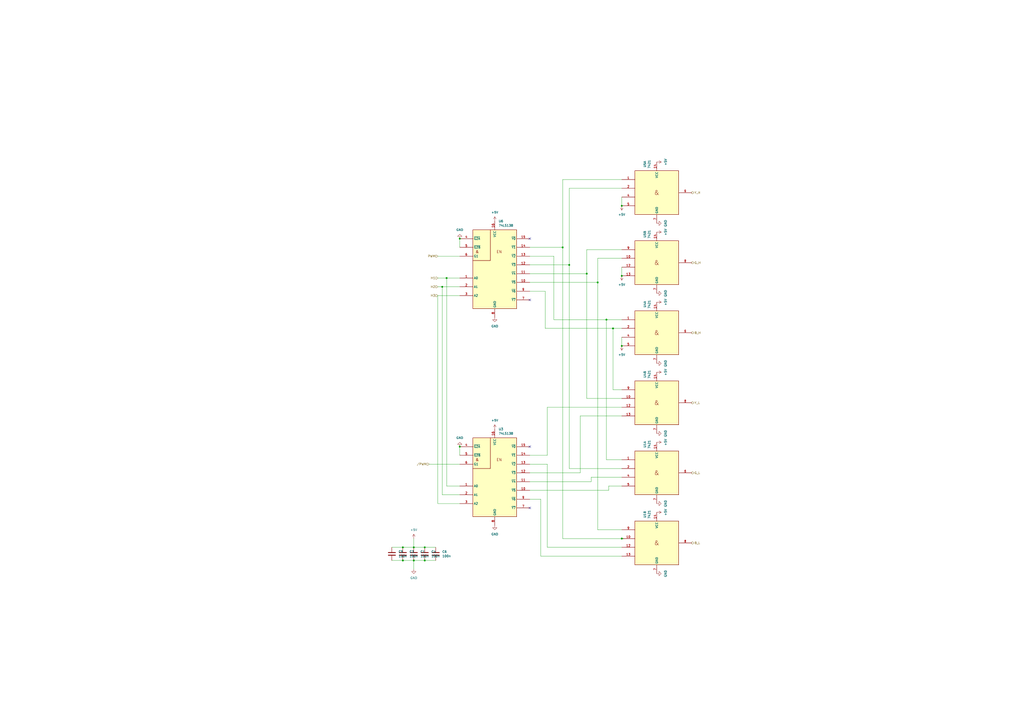
<source format=kicad_sch>
(kicad_sch (version 20230121) (generator eeschema)
  (paper "A2")
  (lib_symbols
    (symbol "74xx_IEEE:7421"
      (property "Reference" "U" (at 7.62 15.24 0))
      (property "Value" "7421" (at 12.7 -15.24 0))
      (symbol "7421_0_0"
        (text "&" (at 0 0 0) (effects (font (size 2.54 2.54))))
      )
      (symbol "7421_0_1"
        (rectangle (start -12.7 12.7) (end 12.7 -12.7) (stroke (width 0.254)) (fill (type background)))
        (pin power_in line (at 0 17.78 270) (length 5.08) (name "VCC") (number "14"))
        (pin power_in line (at 0 -17.78 90) (length 5.08) (name "GND") (number "7"))
      )
      (symbol "7421_1_1"
        (pin input line (at -20.32 7.62 0) (length 7.62) (name "~") (number "1"))
        (pin input line (at -20.32 2.54 0) (length 7.62) (name "~") (number "2"))
        (pin input line (at -20.32 -2.54 0) (length 7.62) (name "~") (number "4"))
        (pin input line (at -20.32 -7.62 0) (length 7.62) (name "~") (number "5"))
        (pin output line (at 20.32 0 180) (length 7.62) (name "~") (number "6"))
      )
      (symbol "7421_2_1"
        (pin input line (at -20.32 2.54 0) (length 7.62) (name "~") (number "10"))
        (pin input line (at -20.32 -2.54 0) (length 7.62) (name "~") (number "12"))
        (pin input line (at -20.32 -7.62 0) (length 7.62) (name "~") (number "13"))
        (pin output line (at 20.32 0 180) (length 7.62) (name "~") (number "8"))
        (pin input line (at -20.32 7.62 0) (length 7.62) (name "~") (number "9"))
      )
    )
    (symbol "74xx_IEEE:74LS138"
      (property "Reference" "U" (at 7.62 17.78 0))
      (property "Value" "74LS138" (at 17.78 -33.02 0))
      (symbol "74LS138_0_0"
        (polyline (pts (xy -2.54 15.24) (xy -2.54 -2.54) (xy -12.7 -2.54) (xy -12.7 -2.54)) (stroke (width 0.254)) (fill (type background)))
        (text "&" (at -10.16 2.54 0) (effects (font (size 1.524 1.524))))
        (text "EN" (at 2.54 2.54 0) (effects (font (size 1.524 1.524))))
        (pin power_in line (at 0 20.32 270) (length 5.08) (name "VCC") (number "16"))
      )
      (symbol "74LS138_0_1"
        (rectangle (start -12.7 15.24) (end 12.7 -30.48) (stroke (width 0.254)) (fill (type background)))
      )
      (symbol "74LS138_1_1"
        (pin input line (at -20.32 -12.7 0) (length 7.62) (name "A0") (number "1"))
        (pin output line (at 20.32 -15.24 180) (length 7.62) (name "~{Y5}") (number "10"))
        (pin output line (at 20.32 -10.16 180) (length 7.62) (name "~{Y4}") (number "11"))
        (pin output line (at 20.32 -5.08 180) (length 7.62) (name "~{Y3}") (number "12"))
        (pin output line (at 20.32 0 180) (length 7.62) (name "~{Y2}") (number "13"))
        (pin output line (at 20.32 5.08 180) (length 7.62) (name "~{Y1}") (number "14"))
        (pin output line (at 20.32 10.16 180) (length 7.62) (name "~{Y0}") (number "15"))
        (pin input line (at -20.32 -17.78 0) (length 7.62) (name "A1") (number "2"))
        (pin input line (at -20.32 -22.86 0) (length 7.62) (name "A2") (number "3"))
        (pin input line (at -20.32 10.16 0) (length 7.62) (name "~{G2A}") (number "4"))
        (pin input line (at -20.32 5.08 0) (length 7.62) (name "~{G2B}") (number "5"))
        (pin input line (at -20.32 0 0) (length 7.62) (name "G1") (number "6"))
        (pin output line (at 20.32 -25.4 180) (length 7.62) (name "~{Y7}") (number "7"))
        (pin power_in line (at 0 -35.56 90) (length 5.08) (name "GND") (number "8"))
        (pin output line (at 20.32 -20.32 180) (length 7.62) (name "~{Y6}") (number "9"))
      )
    )
    (symbol "Device:C" (pin_numbers hide) (pin_names (offset 0.254))
      (property "Reference" "C" (at 0.635 2.54 0))
      (property "Value" "C" (at 0.635 -2.54 0))
      (symbol "C_0_1"
        (polyline (pts (xy -2.032 -0.762) (xy 2.032 -0.762)) (stroke (width 0.508)))
        (polyline (pts (xy -2.032 0.762) (xy 2.032 0.762)) (stroke (width 0.508)))
      )
      (symbol "C_1_1"
        (pin passive line (at 0 3.81 270) (length 2.794) (name "~") (number "1"))
        (pin passive line (at 0 -3.81 90) (length 2.794) (name "~") (number "2"))
      )
    )
    (symbol "power:+5V" (power) (pin_names (offset 0))
      (property "Value" "+5V" (at 0 3.556 0))
      (symbol "+5V_0_1"
        (polyline (pts (xy -0.762 1.27) (xy 0 2.54)))
        (polyline (pts (xy 0 0) (xy 0 2.54)))
        (polyline (pts (xy 0 2.54) (xy 0.762 1.27)))
      )
      (symbol "+5V_1_1"
        (pin power_in line (at 0 0 90) (length 0) hide (name "+5V") (number "1"))
      )
    )
    (symbol "power:GND" (power) (pin_names (offset 0))
      (property "Value" "GND" (at 0 -3.81 0))
      (symbol "GND_0_1"
        (polyline (pts (xy 0 0) (xy 0 -1.27) (xy 1.27 -1.27) (xy 0 -2.54) (xy -1.27 -1.27) (xy 0 -1.27)))
      )
      (symbol "GND_1_1"
        (pin power_in line (at 0 0 270) (length 0) hide (name "GND") (number "1"))
      )
    )
  )
  (junction (at 240.03 325.12))
  (junction (at 246.38 325.12))
  (junction (at 256.54 166.37))
  (junction (at 330.2 153.67))
  (junction (at 360.68 312.42))
  (junction (at 355.6 190.5))
  (junction (at 360.68 200.66))
  (junction (at 360.68 119.38))
  (junction (at 240.03 317.5))
  (junction (at 266.7 138.43))
  (junction (at 360.68 160.02))
  (junction (at 246.38 317.5))
  (junction (at 233.68 317.5))
  (junction (at 266.7 259.08))
  (junction (at 233.68 325.12))
  (junction (at 326.39 143.51))
  (junction (at 346.71 163.83))
  (junction (at 259.08 161.29))
  (junction (at 351.79 185.42))
  (junction (at 340.36 158.75))
  (no_connect (at 307.34 259.08))
  (no_connect (at 307.34 138.43))
  (no_connect (at 307.34 294.64))
  (no_connect (at 307.34 173.99))
  (wire (pts (xy 351.79 185.42) (xy 351.79 266.7)))
  (wire (pts (xy 326.39 104.14) (xy 360.68 104.14)))
  (wire (pts (xy 317.5 269.24) (xy 317.5 317.5)))
  (wire (pts (xy 340.36 158.75) (xy 340.36 144.78)))
  (wire (pts (xy 340.36 231.14) (xy 360.68 231.14)))
  (wire (pts (xy 321.31 185.42) (xy 351.79 185.42)))
  (wire (pts (xy 307.34 264.16) (xy 317.5 264.16)))
  (wire (pts (xy 313.69 322.58) (xy 360.68 322.58)))
  (wire (pts (xy 307.34 168.91) (xy 316.23 168.91)))
  (wire (pts (xy 254 171.45) (xy 266.7 171.45)))
  (wire (pts (xy 330.2 271.78) (xy 360.68 271.78)))
  (wire (pts (xy 266.7 259.08) (xy 266.7 264.16)))
  (wire (pts (xy 227.33 317.5) (xy 233.68 317.5)))
  (wire (pts (xy 316.23 190.5) (xy 355.6 190.5)))
  (wire (pts (xy 240.03 312.42) (xy 240.03 317.5)))
  (wire (pts (xy 360.68 266.7) (xy 351.79 266.7)))
  (wire (pts (xy 351.79 185.42) (xy 360.68 185.42)))
  (wire (pts (xy 307.34 148.59) (xy 321.31 148.59)))
  (wire (pts (xy 248.92 269.24) (xy 266.7 269.24)))
  (wire (pts (xy 254 148.59) (xy 266.7 148.59)))
  (wire (pts (xy 326.39 143.51) (xy 326.39 104.14)))
  (wire (pts (xy 326.39 312.42) (xy 326.39 143.51)))
  (wire (pts (xy 227.33 325.12) (xy 233.68 325.12)))
  (wire (pts (xy 259.08 161.29) (xy 259.08 281.94)))
  (wire (pts (xy 254 161.29) (xy 259.08 161.29)))
  (wire (pts (xy 254 292.1) (xy 254 171.45)))
  (wire (pts (xy 321.31 148.59) (xy 321.31 185.42)))
  (wire (pts (xy 355.6 190.5) (xy 360.68 190.5)))
  (wire (pts (xy 259.08 161.29) (xy 266.7 161.29)))
  (wire (pts (xy 233.68 317.5) (xy 240.03 317.5)))
  (wire (pts (xy 233.68 325.12) (xy 240.03 325.12)))
  (wire (pts (xy 240.03 317.5) (xy 246.38 317.5)))
  (wire (pts (xy 330.2 153.67) (xy 330.2 271.78)))
  (wire (pts (xy 360.68 114.3) (xy 360.68 119.38)))
  (wire (pts (xy 353.06 284.48) (xy 353.06 281.94)))
  (wire (pts (xy 307.34 284.48) (xy 353.06 284.48)))
  (wire (pts (xy 353.06 281.94) (xy 360.68 281.94)))
  (wire (pts (xy 342.9 276.86) (xy 360.68 276.86)))
  (wire (pts (xy 317.5 264.16) (xy 317.5 236.22)))
  (wire (pts (xy 346.71 163.83) (xy 346.71 149.86)))
  (wire (pts (xy 330.2 109.22) (xy 330.2 153.67)))
  (wire (pts (xy 360.68 312.42) (xy 326.39 312.42)))
  (wire (pts (xy 307.34 279.4) (xy 342.9 279.4)))
  (wire (pts (xy 317.5 317.5) (xy 360.68 317.5)))
  (wire (pts (xy 360.68 307.34) (xy 346.71 307.34)))
  (wire (pts (xy 336.55 274.32) (xy 336.55 241.3)))
  (wire (pts (xy 360.68 195.58) (xy 360.68 200.66)))
  (wire (pts (xy 340.36 158.75) (xy 340.36 231.14)))
  (wire (pts (xy 360.68 226.06) (xy 355.6 226.06)))
  (wire (pts (xy 307.34 163.83) (xy 346.71 163.83)))
  (wire (pts (xy 361.95 312.42) (xy 360.68 312.42)))
  (wire (pts (xy 266.7 292.1) (xy 254 292.1)))
  (wire (pts (xy 266.7 287.02) (xy 256.54 287.02)))
  (wire (pts (xy 330.2 109.22) (xy 360.68 109.22)))
  (wire (pts (xy 246.38 317.5) (xy 252.73 317.5)))
  (wire (pts (xy 346.71 149.86) (xy 360.68 149.86)))
  (wire (pts (xy 307.34 158.75) (xy 340.36 158.75)))
  (wire (pts (xy 240.03 325.12) (xy 246.38 325.12)))
  (wire (pts (xy 307.34 153.67) (xy 330.2 153.67)))
  (wire (pts (xy 256.54 166.37) (xy 266.7 166.37)))
  (wire (pts (xy 307.34 289.56) (xy 313.69 289.56)))
  (wire (pts (xy 266.7 281.94) (xy 259.08 281.94)))
  (wire (pts (xy 307.34 269.24) (xy 317.5 269.24)))
  (wire (pts (xy 240.03 330.2) (xy 240.03 325.12)))
  (wire (pts (xy 317.5 236.22) (xy 360.68 236.22)))
  (wire (pts (xy 316.23 168.91) (xy 316.23 190.5)))
  (wire (pts (xy 307.34 274.32) (xy 336.55 274.32)))
  (wire (pts (xy 342.9 279.4) (xy 342.9 276.86)))
  (wire (pts (xy 336.55 241.3) (xy 360.68 241.3)))
  (wire (pts (xy 307.34 143.51) (xy 326.39 143.51)))
  (wire (pts (xy 355.6 190.5) (xy 355.6 226.06)))
  (wire (pts (xy 360.68 154.94) (xy 360.68 160.02)))
  (wire (pts (xy 346.71 307.34) (xy 346.71 163.83)))
  (wire (pts (xy 340.36 144.78) (xy 360.68 144.78)))
  (wire (pts (xy 256.54 166.37) (xy 256.54 287.02)))
  (wire (pts (xy 313.69 289.56) (xy 313.69 322.58)))
  (wire (pts (xy 246.38 325.12) (xy 252.73 325.12)))
  (wire (pts (xy 266.7 138.43) (xy 266.7 143.51)))
  (wire (pts (xy 254 166.37) (xy 256.54 166.37)))
  (hierarchical_label "H2" (shape input) (at 254 166.37 180))
  (hierarchical_label "PWM" (shape input) (at 254 148.59 180))
  (hierarchical_label "Y_L" (shape output) (at 401.32 233.68 0))
  (hierarchical_label "G_H" (shape output) (at 401.32 152.4 0))
  (hierarchical_label "Y_H" (shape output) (at 401.32 111.76 0))
  (hierarchical_label "H1" (shape input) (at 254 161.29 180))
  (hierarchical_label "G_L" (shape output) (at 401.32 274.32 0))
  (hierarchical_label "B_H" (shape output) (at 401.32 193.04 0))
  (hierarchical_label "{slash}PWM" (shape input) (at 248.92 269.24 180))
  (hierarchical_label "H3" (shape input) (at 254 171.45 180))
  (hierarchical_label "B_L" (shape output) (at 401.32 314.96 0))
  (symbol (lib_id "74xx_IEEE:7421") (at 381 152.4 0) (unit 2)
    (property "Reference" "U5" (at 374.0719 135.89 90))
    (property "Value" "7421" (at 376.6119 135.89 90))
  )
  (symbol (lib_id "Device:C") (at 233.68 321.31 0) (unit 1)
    (property "Reference" "C3" (at 237.49 320.04 0) (effects (justify left)))
    (property "Value" "100n" (at 237.49 322.58 0) (effects (justify left)))
  )
  (symbol (lib_id "74xx_IEEE:74LS138") (at 287.02 269.24 0) (unit 1)
    (property "Reference" "U3" (at 289.2141 248.92 0) (effects (justify left)))
    (property "Value" "74LS138" (at 289.2141 251.46 0) (effects (justify left)))
  )
  (symbol (lib_id "power:GND") (at 381 332.74 90) (unit 1)
    (property "Reference" "#PWR029" (effects hide))
    (property "Value" "GND" (at 386.08 332.74 0))
  )
  (symbol (lib_id "power:+5V") (at 381 297.18 270) (unit 1)
    (property "Reference" "#PWR028" (effects hide))
    (property "Value" "+5V" (at 386.08 297.18 0))
  )
  (symbol (lib_id "74xx_IEEE:7421") (at 381 233.68 0) (unit 2)
    (property "Reference" "U4" (at 374.0719 217.17 90))
    (property "Value" "7421" (at 376.6119 217.17 90))
  )
  (symbol (lib_id "power:GND") (at 381 251.46 90) (unit 1)
    (property "Reference" "#PWR027" (effects hide))
    (property "Value" "GND" (at 386.08 251.46 0))
  )
  (symbol (lib_id "power:GND") (at 240.03 330.2 0) (unit 1)
    (property "Reference" "#PWR01" (effects hide))
    (property "Value" "GND" (at 240.03 335.28 0))
  )
  (symbol (lib_id "power:GND") (at 381 170.18 90) (unit 1)
    (property "Reference" "#PWR011" (effects hide))
    (property "Value" "GND" (at 386.08 170.18 0))
  )
  (symbol (lib_id "Device:C") (at 227.33 321.31 0) (unit 1)
    (property "Reference" "C5" (at 231.14 320.04 0) (effects (justify left)))
    (property "Value" "100n" (at 231.14 322.58 0) (effects (justify left)))
  )
  (symbol (lib_id "power:+5V") (at 360.68 119.38 180) (unit 1)
    (property "Reference" "#PWR025" (effects hide))
    (property "Value" "+5V" (at 360.68 124.46 0))
  )
  (symbol (lib_id "power:GND") (at 287.02 184.15 0) (unit 1)
    (property "Reference" "#PWR020" (effects hide))
    (property "Value" "GND" (at 287.02 189.23 0))
  )
  (symbol (lib_id "power:GND") (at 381 292.1 90) (unit 1)
    (property "Reference" "#PWR017" (effects hide))
    (property "Value" "GND" (at 386.08 292.1 0))
  )
  (symbol (lib_id "74xx_IEEE:74LS138") (at 287.02 148.59 0) (unit 1)
    (property "Reference" "U6" (at 289.2141 128.27 0) (effects (justify left)))
    (property "Value" "74LS138" (at 289.2141 130.81 0) (effects (justify left)))
  )
  (symbol (lib_id "power:GND") (at 266.7 259.08 180) (unit 1)
    (property "Reference" "#PWR022" (effects hide))
    (property "Value" "GND" (at 266.7 254 0))
  )
  (symbol (lib_id "power:+5V") (at 360.68 160.02 180) (unit 1)
    (property "Reference" "#PWR026" (effects hide))
    (property "Value" "+5V" (at 360.68 165.1 0))
  )
  (symbol (lib_id "power:+5V") (at 287.02 248.92 0) (unit 1)
    (property "Reference" "#PWR018" (effects hide))
    (property "Value" "+5V" (at 287.02 243.84 0))
  )
  (symbol (lib_id "power:GND") (at 381 210.82 90) (unit 1)
    (property "Reference" "#PWR015" (effects hide))
    (property "Value" "GND" (at 386.08 210.82 0))
  )
  (symbol (lib_id "Device:C") (at 252.73 321.31 0) (unit 1)
    (property "Reference" "C6" (at 256.54 320.04 0) (effects (justify left)))
    (property "Value" "100n" (at 256.54 322.58 0) (effects (justify left)))
  )
  (symbol (lib_id "power:GND") (at 266.7 138.43 180) (unit 1)
    (property "Reference" "#PWR023" (effects hide))
    (property "Value" "GND" (at 266.7 133.35 0))
  )
  (symbol (lib_id "power:+5V") (at 381 215.9 270) (unit 1)
    (property "Reference" "#PWR024" (effects hide))
    (property "Value" "+5V" (at 386.08 215.9 0))
  )
  (symbol (lib_id "power:+5V") (at 240.03 312.42 0) (unit 1)
    (property "Reference" "#PWR02" (effects hide))
    (property "Value" "+5V" (at 240.03 307.34 0))
  )
  (symbol (lib_id "power:GND") (at 381 129.54 90) (unit 1)
    (property "Reference" "#PWR010" (effects hide))
    (property "Value" "GND" (at 386.08 129.54 0))
  )
  (symbol (lib_id "power:GND") (at 287.02 304.8 0) (unit 1)
    (property "Reference" "#PWR021" (effects hide))
    (property "Value" "GND" (at 287.02 309.88 0))
  )
  (symbol (lib_id "74xx_IEEE:7421") (at 381 111.76 0) (unit 1)
    (property "Reference" "U5" (at 374.0719 95.25 90))
    (property "Value" "7421" (at 376.6119 95.25 90))
  )
  (symbol (lib_id "power:+5V") (at 360.68 200.66 180) (unit 1)
    (property "Reference" "#PWR08" (effects hide))
    (property "Value" "+5V" (at 360.68 205.74 0))
  )
  (symbol (lib_id "power:+5V") (at 381 175.26 270) (unit 1)
    (property "Reference" "#PWR014" (effects hide))
    (property "Value" "+5V" (at 386.08 175.26 0))
  )
  (symbol (lib_id "Device:C") (at 246.38 321.31 0) (unit 1)
    (property "Reference" "C4" (at 250.19 320.04 0) (effects (justify left)))
    (property "Value" "100n" (at 250.19 322.58 0) (effects (justify left)))
  )
  (symbol (lib_id "Device:C") (at 240.03 321.31 0) (unit 1)
    (property "Reference" "C1" (at 243.84 320.04 0) (effects (justify left)))
    (property "Value" "100n" (at 243.84 322.58 0) (effects (justify left)))
  )
  (symbol (lib_id "power:+5V") (at 287.02 128.27 0) (unit 1)
    (property "Reference" "#PWR019" (effects hide))
    (property "Value" "+5V" (at 287.02 123.19 0))
  )
  (symbol (lib_id "power:+5V") (at 381 256.54 270) (unit 1)
    (property "Reference" "#PWR016" (effects hide))
    (property "Value" "+5V" (at 386.08 256.54 0))
  )
  (symbol (lib_id "74xx_IEEE:7421") (at 381 274.32 0) (unit 1)
    (property "Reference" "U1" (at 374.0719 257.81 90))
    (property "Value" "7421" (at 376.6119 257.81 90))
  )
  (symbol (lib_id "74xx_IEEE:7421") (at 381 314.96 0) (unit 2)
    (property "Reference" "U1" (at 374.0719 298.45 90))
    (property "Value" "7421" (at 376.6119 298.45 90))
  )
  (symbol (lib_id "power:+5V") (at 381 93.98 270) (unit 1)
    (property "Reference" "#PWR013" (effects hide))
    (property "Value" "+5V" (at 386.08 93.98 0))
  )
  (symbol (lib_id "74xx_IEEE:7421") (at 381 193.04 0) (unit 1)
    (property "Reference" "U4" (at 374.0719 176.53 90))
    (property "Value" "7421" (at 376.6119 176.53 90))
  )
  (symbol (lib_id "power:+5V") (at 381 134.62 270) (unit 1)
    (property "Reference" "#PWR012" (effects hide))
    (property "Value" "+5V" (at 386.08 134.62 0))
  )
)
</source>
